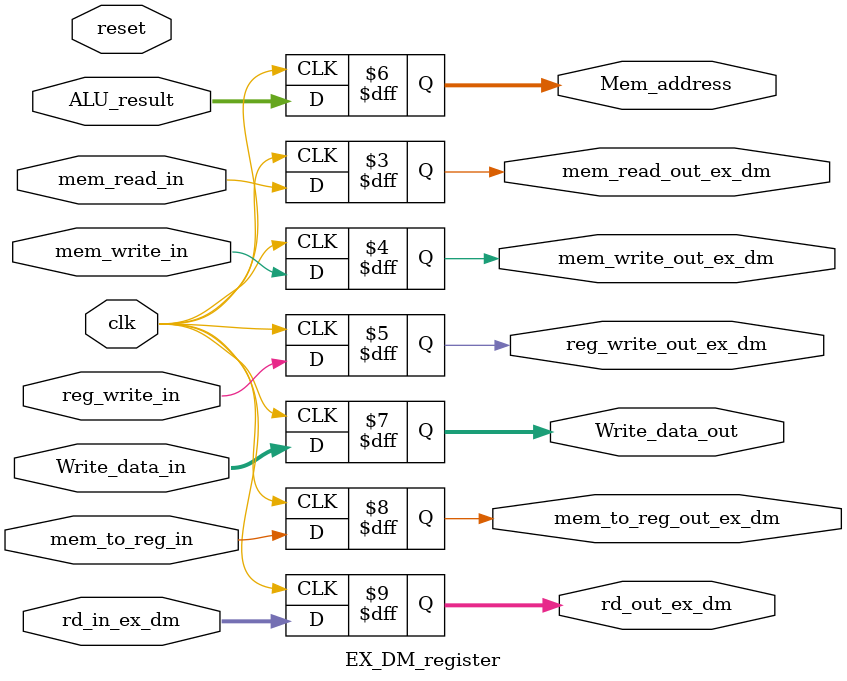
<source format=v>
module EX_DM_register (
    ALU_result, mem_read_in, mem_write_in, Write_data_in, rd_in_ex_dm, Mem_address, mem_read_out_ex_dm, mem_write_out_ex_dm, Write_data_out, mem_to_reg_in, reg_write_in, mem_to_reg_out_ex_dm, reg_write_out_ex_dm, clk, reset, rd_out_ex_dm
);
input mem_to_reg_in, clk, reset;
input wire [4:0] rd_in_ex_dm;
input wire mem_read_in, mem_write_in, reg_write_in;
input wire [31:0] ALU_result, Write_data_in;
output reg mem_read_out_ex_dm, mem_write_out_ex_dm, reg_write_out_ex_dm;
output reg [31:0] Mem_address, Write_data_out;
output reg mem_to_reg_out_ex_dm;
output reg [4:0] rd_out_ex_dm;
reg flag_ex_dm;
always @(posedge reset)
    begin
      flag_ex_dm = 1'b1;
    end
always @(posedge clk)
    begin
        rd_out_ex_dm <= rd_in_ex_dm;
        mem_read_out_ex_dm <= mem_read_in;
        mem_write_out_ex_dm <= mem_write_in;
        Mem_address <= ALU_result;
        Write_data_out <= Write_data_in;
        mem_to_reg_out_ex_dm <= mem_to_reg_in;
        reg_write_out_ex_dm <= reg_write_in;
        #1
        $display("check address= %d",rd_out_ex_dm);
    end
endmodule
</source>
